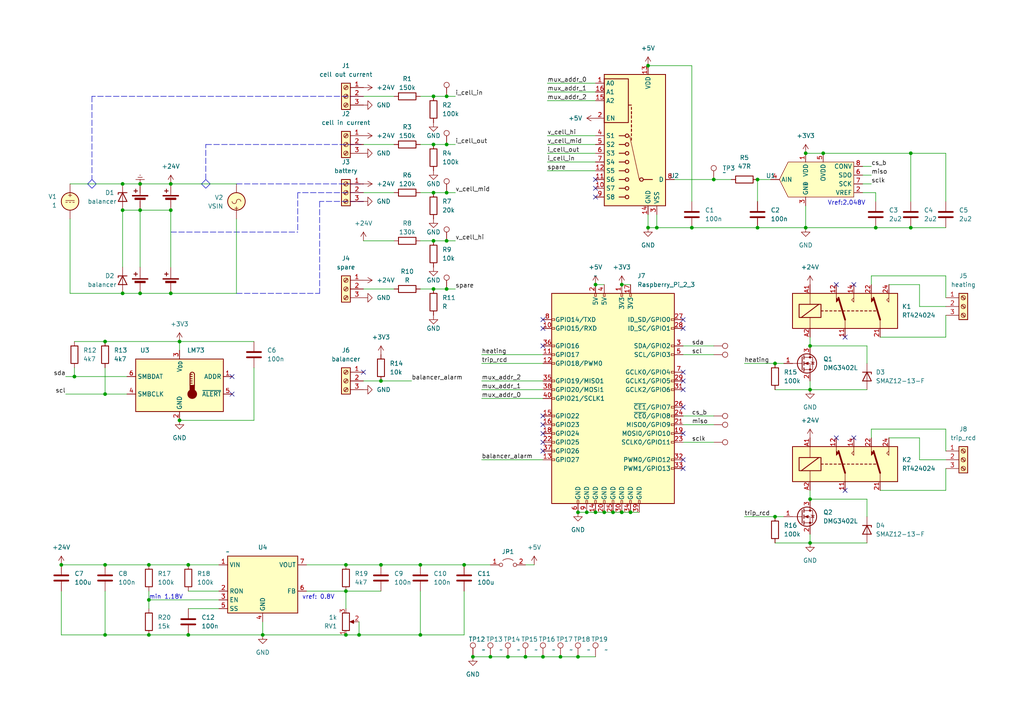
<source format=kicad_sch>
(kicad_sch (version 20230121) (generator eeschema)
  (paper "A4")
  (title_block (title "pv_monitor") (date "2023-07-15") (rev "1"))
  (junction (at 40.64 60.96))
  (junction (at 125.73 83.82))
  (junction (at 147.32 190.5))
  (junction (at 21.59 109.22))
  (junction (at 43.18 184.15))
  (junction (at 219.71 66.04))
  (junction (at 207.01 52.07))
  (junction (at 54.61 163.83))
  (junction (at 40.64 53.34))
  (junction (at 35.56 53.34))
  (junction (at 52.07 121.92))
  (junction (at 219.71 52.07))
  (junction (at 129.54 27.94))
  (junction (at 167.64 148.59))
  (junction (at 40.64 85.09))
  (junction (at 264.16 66.04))
  (junction (at 54.61 184.15))
  (junction (at 172.72 82.55))
  (junction (at 233.68 66.04))
  (junction (at 170.18 148.59))
  (junction (at 125.73 55.88))
  (junction (at 35.56 85.09))
  (junction (at 30.48 114.3))
  (junction (at 224.79 149.86))
  (junction (at 182.88 148.59))
  (junction (at 142.24 190.5))
  (junction (at 187.96 66.04))
  (junction (at 30.48 163.83))
  (junction (at 30.48 184.15))
  (junction (at 264.16 44.45))
  (junction (at 49.53 53.34))
  (junction (at 100.33 184.15))
  (junction (at 234.95 144.78))
  (junction (at 238.76 44.45))
  (junction (at 125.73 27.94))
  (junction (at 187.96 19.05))
  (junction (at 52.07 99.06))
  (junction (at 129.54 41.91))
  (junction (at 190.5 66.04))
  (junction (at 233.68 44.45))
  (junction (at 177.8 148.59))
  (junction (at 162.56 190.5))
  (junction (at 17.78 163.83))
  (junction (at 121.92 184.15))
  (junction (at 224.79 105.41))
  (junction (at 30.48 99.06))
  (junction (at 234.95 113.03))
  (junction (at 129.54 69.85))
  (junction (at 172.72 148.59))
  (junction (at 180.34 148.59))
  (junction (at 180.34 82.55))
  (junction (at 100.33 163.83))
  (junction (at 110.49 163.83))
  (junction (at 125.73 41.91))
  (junction (at 125.73 69.85))
  (junction (at 110.49 110.49))
  (junction (at 35.56 60.96))
  (junction (at 234.95 157.48))
  (junction (at 49.53 60.96))
  (junction (at 129.54 55.88))
  (junction (at 104.14 184.15))
  (junction (at 76.2 184.15))
  (junction (at 121.92 163.83))
  (junction (at 43.18 163.83))
  (junction (at 234.95 100.33))
  (junction (at 152.4 190.5))
  (junction (at 129.54 83.82))
  (junction (at 134.62 163.83))
  (junction (at 157.48 190.5))
  (junction (at 137.16 190.5))
  (junction (at 167.64 190.5))
  (junction (at 254 66.04))
  (junction (at 175.26 148.59))
  (junction (at 49.53 85.09))
  (junction (at 43.18 173.99))
  (junction (at 100.33 171.45))
  (junction (at 200.66 66.04))
  (no_connect (at 245.11 142.24))
  (no_connect (at 157.48 92.71))
  (no_connect (at 198.12 135.89))
  (no_connect (at 198.12 113.03))
  (no_connect (at 198.12 125.73))
  (no_connect (at 198.12 95.25))
  (no_connect (at 157.48 128.27))
  (no_connect (at 67.31 114.3))
  (no_connect (at 157.48 100.33))
  (no_connect (at 247.65 127))
  (no_connect (at 157.48 130.81))
  (no_connect (at 198.12 107.95))
  (no_connect (at 67.31 109.22))
  (no_connect (at 157.48 120.65))
  (no_connect (at 198.12 133.35))
  (no_connect (at 198.12 110.49))
  (no_connect (at 157.48 123.19))
  (no_connect (at 157.48 95.25))
  (no_connect (at 172.72 57.15))
  (no_connect (at 198.12 92.71))
  (no_connect (at 198.12 118.11))
  (no_connect (at 157.48 125.73))
  (no_connect (at 242.57 82.55))
  (no_connect (at 247.65 82.55))
  (no_connect (at 172.72 54.61))
  (no_connect (at 172.72 52.07))
  (no_connect (at 242.57 127))
  (no_connect (at 105.41 107.95))
  (no_connect (at 245.11 97.79))
  (wire (pts (xy 234.95 142.24) (xy 234.95 144.78)))
  (wire (pts (xy 198.12 128.27) (xy 207.01 128.27)))
  (wire (pts (xy 21.59 106.68) (xy 21.59 109.22)))
  (wire (pts (xy 182.88 148.59) (xy 185.42 148.59)))
  (wire (pts (xy 234.95 110.49) (xy 234.95 113.03)))
  (wire (pts (xy 100.33 171.45) (xy 100.33 176.53)))
  (wire (pts (xy 233.68 66.04) (xy 254 66.04)))
  (polyline (pts (xy 68.58 85.09) (xy 92.71 85.09)) (stroke (width 0) (type dash)))
  (wire (pts (xy 121.92 69.85) (xy 125.73 69.85)))
  (wire (pts (xy 43.18 163.83) (xy 54.61 163.83)))
  (wire (pts (xy 264.16 44.45) (xy 274.32 44.45)))
  (wire (pts (xy 73.66 121.92) (xy 52.07 121.92)))
  (wire (pts (xy 252.73 124.46) (xy 252.73 127)))
  (wire (pts (xy 20.32 63.5) (xy 20.32 85.09)))
  (wire (pts (xy 68.58 53.34) (xy 49.53 53.34)))
  (wire (pts (xy 100.33 171.45) (xy 88.9 171.45)))
  (wire (pts (xy 104.14 184.15) (xy 121.92 184.15)))
  (wire (pts (xy 187.96 66.04) (xy 190.5 66.04)))
  (wire (pts (xy 17.78 184.15) (xy 30.48 184.15)))
  (wire (pts (xy 104.14 180.34) (xy 104.14 184.15)))
  (wire (pts (xy 200.66 19.05) (xy 200.66 58.42)))
  (polyline (pts (xy 26.67 54.61) (xy 27.94 53.34)) (stroke (width 0) (type dash)))
  (wire (pts (xy 157.48 190.5) (xy 162.56 190.5)))
  (wire (pts (xy 266.7 88.9) (xy 266.7 82.55)))
  (wire (pts (xy 121.92 41.91) (xy 125.73 41.91)))
  (wire (pts (xy 54.61 171.45) (xy 63.5 171.45)))
  (wire (pts (xy 30.48 106.68) (xy 30.48 114.3)))
  (wire (pts (xy 177.8 148.59) (xy 180.34 148.59)))
  (wire (pts (xy 274.32 44.45) (xy 274.32 58.42)))
  (wire (pts (xy 167.64 148.59) (xy 170.18 148.59)))
  (wire (pts (xy 172.72 82.55) (xy 175.26 82.55)))
  (wire (pts (xy 274.32 130.81) (xy 274.32 124.46)))
  (wire (pts (xy 266.7 127) (xy 257.81 127)))
  (wire (pts (xy 121.92 55.88) (xy 125.73 55.88)))
  (wire (pts (xy 158.75 49.53) (xy 172.72 49.53)))
  (wire (pts (xy 158.75 29.21) (xy 172.72 29.21)))
  (wire (pts (xy 234.95 144.78) (xy 251.46 144.78)))
  (polyline (pts (xy 58.42 53.34) (xy 59.69 52.07)) (stroke (width 0) (type dash)))
  (wire (pts (xy 134.62 171.45) (xy 134.62 184.15)))
  (wire (pts (xy 219.71 66.04) (xy 233.68 66.04)))
  (wire (pts (xy 190.5 66.04) (xy 200.66 66.04)))
  (wire (pts (xy 30.48 99.06) (xy 52.07 99.06)))
  (polyline (pts (xy 26.67 52.07) (xy 27.94 53.34)) (stroke (width 0) (type dash)))
  (wire (pts (xy 158.75 39.37) (xy 172.72 39.37)))
  (wire (pts (xy 254 66.04) (xy 264.16 66.04)))
  (wire (pts (xy 172.72 148.59) (xy 175.26 148.59)))
  (wire (pts (xy 17.78 171.45) (xy 17.78 184.15)))
  (wire (pts (xy 105.41 69.85) (xy 114.3 69.85)))
  (wire (pts (xy 266.7 82.55) (xy 257.81 82.55)))
  (wire (pts (xy 134.62 163.83) (xy 142.24 163.83)))
  (wire (pts (xy 233.68 59.69) (xy 233.68 66.04)))
  (polyline (pts (xy 92.71 58.42) (xy 92.71 85.09)) (stroke (width 0) (type dash)))
  (wire (pts (xy 158.75 24.13) (xy 172.72 24.13)))
  (wire (pts (xy 233.68 44.45) (xy 238.76 44.45)))
  (wire (pts (xy 274.32 86.36) (xy 274.32 80.01)))
  (wire (pts (xy 105.41 27.94) (xy 114.3 27.94)))
  (polyline (pts (xy 25.4 53.34) (xy 26.67 52.07)) (stroke (width 0) (type dash)))
  (wire (pts (xy 200.66 66.04) (xy 219.71 66.04)))
  (polyline (pts (xy 105.41 27.94) (xy 26.67 27.94)) (stroke (width 0) (type dash)))
  (polyline (pts (xy 49.53 67.31) (xy 86.36 67.31)) (stroke (width 0) (type dash)))
  (wire (pts (xy 137.16 190.5) (xy 142.24 190.5)))
  (wire (pts (xy 40.64 53.34) (xy 35.56 53.34)))
  (wire (pts (xy 219.71 52.07) (xy 223.52 52.07)))
  (wire (pts (xy 215.9 149.86) (xy 224.79 149.86)))
  (wire (pts (xy 43.18 184.15) (xy 54.61 184.15)))
  (wire (pts (xy 129.54 83.82) (xy 132.08 83.82)))
  (wire (pts (xy 180.34 82.55) (xy 182.88 82.55)))
  (wire (pts (xy 88.9 163.83) (xy 100.33 163.83)))
  (wire (pts (xy 35.56 85.09) (xy 40.64 85.09)))
  (wire (pts (xy 125.73 27.94) (xy 129.54 27.94)))
  (wire (pts (xy 100.33 171.45) (xy 110.49 171.45)))
  (wire (pts (xy 19.05 114.3) (xy 30.48 114.3)))
  (wire (pts (xy 139.7 102.87) (xy 157.48 102.87)))
  (wire (pts (xy 158.75 41.91) (xy 172.72 41.91)))
  (wire (pts (xy 73.66 106.68) (xy 73.66 121.92)))
  (wire (pts (xy 40.64 85.09) (xy 49.53 85.09)))
  (wire (pts (xy 264.16 44.45) (xy 264.16 58.42)))
  (wire (pts (xy 105.41 110.49) (xy 110.49 110.49)))
  (wire (pts (xy 234.95 97.79) (xy 234.95 100.33)))
  (wire (pts (xy 125.73 83.82) (xy 129.54 83.82)))
  (wire (pts (xy 43.18 173.99) (xy 63.5 173.99)))
  (wire (pts (xy 158.75 46.99) (xy 172.72 46.99)))
  (wire (pts (xy 105.41 41.91) (xy 114.3 41.91)))
  (wire (pts (xy 250.19 53.34) (xy 252.73 53.34)))
  (wire (pts (xy 49.53 60.96) (xy 40.64 60.96)))
  (wire (pts (xy 152.4 163.83) (xy 154.94 163.83)))
  (wire (pts (xy 52.07 99.06) (xy 52.07 101.6)))
  (wire (pts (xy 21.59 109.22) (xy 36.83 109.22)))
  (wire (pts (xy 187.96 62.23) (xy 187.96 66.04)))
  (wire (pts (xy 187.96 19.05) (xy 200.66 19.05)))
  (wire (pts (xy 274.32 133.35) (xy 266.7 133.35)))
  (wire (pts (xy 20.32 53.34) (xy 35.56 53.34)))
  (wire (pts (xy 250.19 48.26) (xy 252.73 48.26)))
  (wire (pts (xy 195.58 52.07) (xy 207.01 52.07)))
  (wire (pts (xy 274.32 142.24) (xy 274.32 135.89)))
  (wire (pts (xy 139.7 110.49) (xy 157.48 110.49)))
  (wire (pts (xy 110.49 110.49) (xy 119.38 110.49)))
  (wire (pts (xy 17.78 163.83) (xy 30.48 163.83)))
  (wire (pts (xy 125.73 55.88) (xy 129.54 55.88)))
  (wire (pts (xy 251.46 100.33) (xy 251.46 105.41)))
  (wire (pts (xy 251.46 144.78) (xy 251.46 149.86)))
  (wire (pts (xy 152.4 190.5) (xy 157.48 190.5)))
  (wire (pts (xy 139.7 133.35) (xy 157.48 133.35)))
  (wire (pts (xy 54.61 184.15) (xy 76.2 184.15)))
  (polyline (pts (xy 105.41 55.88) (xy 86.36 55.88)) (stroke (width 0) (type dash)))
  (wire (pts (xy 30.48 184.15) (xy 43.18 184.15)))
  (wire (pts (xy 20.32 85.09) (xy 35.56 85.09)))
  (wire (pts (xy 198.12 100.33) (xy 207.01 100.33)))
  (wire (pts (xy 139.7 105.41) (xy 157.48 105.41)))
  (wire (pts (xy 49.53 53.34) (xy 40.64 53.34)))
  (wire (pts (xy 121.92 184.15) (xy 134.62 184.15)))
  (wire (pts (xy 40.64 60.96) (xy 35.56 60.96)))
  (wire (pts (xy 274.32 88.9) (xy 266.7 88.9)))
  (wire (pts (xy 234.95 100.33) (xy 251.46 100.33)))
  (wire (pts (xy 198.12 120.65) (xy 207.01 120.65)))
  (wire (pts (xy 125.73 41.91) (xy 129.54 41.91)))
  (wire (pts (xy 54.61 176.53) (xy 63.5 176.53)))
  (wire (pts (xy 43.18 173.99) (xy 43.18 176.53)))
  (wire (pts (xy 147.32 190.5) (xy 152.4 190.5)))
  (wire (pts (xy 274.32 124.46) (xy 252.73 124.46)))
  (wire (pts (xy 274.32 97.79) (xy 274.32 91.44)))
  (wire (pts (xy 158.75 44.45) (xy 172.72 44.45)))
  (wire (pts (xy 105.41 83.82) (xy 114.3 83.82)))
  (wire (pts (xy 105.41 55.88) (xy 114.3 55.88)))
  (polyline (pts (xy 59.69 41.91) (xy 105.41 41.91)) (stroke (width 0) (type dash)))
  (wire (pts (xy 76.2 184.15) (xy 100.33 184.15)))
  (wire (pts (xy 54.61 163.83) (xy 63.5 163.83)))
  (wire (pts (xy 234.95 157.48) (xy 251.46 157.48)))
  (wire (pts (xy 250.19 55.88) (xy 254 55.88)))
  (wire (pts (xy 215.9 105.41) (xy 224.79 105.41)))
  (wire (pts (xy 255.27 142.24) (xy 274.32 142.24)))
  (wire (pts (xy 190.5 62.23) (xy 190.5 66.04)))
  (wire (pts (xy 35.56 60.96) (xy 35.56 77.47)))
  (wire (pts (xy 68.58 63.5) (xy 68.58 85.09)))
  (wire (pts (xy 30.48 171.45) (xy 30.48 184.15)))
  (wire (pts (xy 264.16 66.04) (xy 274.32 66.04)))
  (polyline (pts (xy 60.96 53.34) (xy 59.69 52.07)) (stroke (width 0) (type dash)))
  (wire (pts (xy 224.79 113.03) (xy 234.95 113.03)))
  (wire (pts (xy 167.64 190.5) (xy 172.72 190.5)))
  (wire (pts (xy 100.33 163.83) (xy 110.49 163.83)))
  (wire (pts (xy 21.59 99.06) (xy 30.48 99.06)))
  (polyline (pts (xy 26.67 27.94) (xy 26.67 52.07)) (stroke (width 0) (type dash)))
  (wire (pts (xy 274.32 80.01) (xy 252.73 80.01)))
  (wire (pts (xy 234.95 154.94) (xy 234.95 157.48)))
  (wire (pts (xy 129.54 55.88) (xy 132.08 55.88)))
  (wire (pts (xy 224.79 105.41) (xy 227.33 105.41)))
  (wire (pts (xy 139.7 115.57) (xy 157.48 115.57)))
  (wire (pts (xy 224.79 149.86) (xy 227.33 149.86)))
  (wire (pts (xy 121.92 83.82) (xy 125.73 83.82)))
  (wire (pts (xy 129.54 41.91) (xy 132.08 41.91)))
  (polyline (pts (xy 86.36 55.88) (xy 86.36 67.31)) (stroke (width 0) (type dash)))
  (wire (pts (xy 121.92 163.83) (xy 134.62 163.83)))
  (polyline (pts (xy 59.69 54.61) (xy 60.96 53.34)) (stroke (width 0) (type dash)))
  (wire (pts (xy 40.64 60.96) (xy 40.64 77.47)))
  (wire (pts (xy 52.07 99.06) (xy 73.66 99.06)))
  (polyline (pts (xy 59.69 52.07) (xy 59.69 41.91)) (stroke (width 0) (type dash)))
  (wire (pts (xy 129.54 69.85) (xy 132.08 69.85)))
  (wire (pts (xy 49.53 60.96) (xy 49.53 77.47)))
  (wire (pts (xy 158.75 26.67) (xy 172.72 26.67)))
  (wire (pts (xy 142.24 190.5) (xy 147.32 190.5)))
  (wire (pts (xy 219.71 58.42) (xy 219.71 52.07)))
  (wire (pts (xy 255.27 97.79) (xy 274.32 97.79)))
  (wire (pts (xy 76.2 180.34) (xy 76.2 184.15)))
  (wire (pts (xy 170.18 148.59) (xy 172.72 148.59)))
  (wire (pts (xy 180.34 148.59) (xy 182.88 148.59)))
  (wire (pts (xy 125.73 69.85) (xy 129.54 69.85)))
  (wire (pts (xy 43.18 171.45) (xy 43.18 173.99)))
  (wire (pts (xy 198.12 102.87) (xy 207.01 102.87)))
  (polyline (pts (xy 25.4 53.34) (xy 26.67 54.61)) (stroke (width 0) (type dash)))
  (wire (pts (xy 49.53 85.09) (xy 68.58 85.09)))
  (wire (pts (xy 30.48 114.3) (xy 36.83 114.3)))
  (wire (pts (xy 266.7 133.35) (xy 266.7 127)))
  (wire (pts (xy 207.01 52.07) (xy 212.09 52.07)))
  (wire (pts (xy 254 55.88) (xy 254 58.42)))
  (wire (pts (xy 238.76 44.45) (xy 264.16 44.45)))
  (wire (pts (xy 121.92 171.45) (xy 121.92 184.15)))
  (wire (pts (xy 121.92 27.94) (xy 125.73 27.94)))
  (polyline (pts (xy 68.58 53.34) (xy 105.41 53.34)) (stroke (width 0) (type dash)))
  (polyline (pts (xy 58.42 53.34) (xy 59.69 54.61)) (stroke (width 0) (type dash)))
  (wire (pts (xy 162.56 190.5) (xy 167.64 190.5)))
  (wire (pts (xy 129.54 27.94) (xy 132.08 27.94)))
  (wire (pts (xy 100.33 184.15) (xy 104.14 184.15)))
  (wire (pts (xy 198.12 123.19) (xy 207.01 123.19)))
  (wire (pts (xy 110.49 163.83) (xy 121.92 163.83)))
  (wire (pts (xy 30.48 163.83) (xy 43.18 163.83)))
  (wire (pts (xy 234.95 113.03) (xy 251.46 113.03)))
  (polyline (pts (xy 105.41 58.42) (xy 92.71 58.42)) (stroke (width 0) (type dash)))
  (wire (pts (xy 224.79 157.48) (xy 234.95 157.48)))
  (wire (pts (xy 252.73 80.01) (xy 252.73 82.55)))
  (wire (pts (xy 250.19 50.8) (xy 252.73 50.8)))
  (wire (pts (xy 175.26 148.59) (xy 177.8 148.59)))
  (wire (pts (xy 19.05 109.22) (xy 21.59 109.22)))
  (wire (pts (xy 139.7 113.03) (xy 157.48 113.03)))
  (text "Vref:2.048V" (at 240.03 59.69 0) (effects (font (size 1.27 1.27)) (justify left bottom)))
  (text "min 1.18V" (at 43.18 173.99 0) (effects (font (size 1.27 1.27)) (justify left bottom)))
  (text "vref: 0.8V" (at 87.63 173.99 0) (effects (font (size 1.27 1.27)) (justify left bottom)))
  (label "trip_rcd" (at 139.7 105.41 0))
  (label "balancer_alarm" (at 139.7 133.35 0))
  (label "i_cell_in" (at 132.08 27.94 0))
  (label "sda" (at 200.66 100.33 0))
  (label "scl" (at 200.66 102.87 0))
  (label "i_cell_in" (at 158.75 46.99 0))
  (label "mux_addr_2" (at 158.75 29.21 0))
  (label "sda" (at 19.05 109.22 180))
  (label "mux_addr_1" (at 139.7 113.03 0))
  (label "trip_rcd" (at 215.9 149.86 0))
  (label "mux_addr_0" (at 158.75 24.13 0))
  (label "v_cell_mid" (at 132.08 55.88 0))
  (label "i_cell_out" (at 132.08 41.91 0))
  (label "spare" (at 158.75 49.53 0))
  (label "v_cell_hi" (at 158.75 39.37 0))
  (label "heating" (at 215.9 105.41 0))
  (label "heating" (at 139.7 102.87 0))
  (label "v_cell_mid" (at 158.75 41.91 0))
  (label "i_cell_out" (at 158.75 44.45 0))
  (label "cs_b" (at 200.66 120.65 0))
  (label "balancer_alarm" (at 119.38 110.49 0))
  (label "miso" (at 252.73 50.8 0))
  (label "spare" (at 132.08 83.82 0))
  (label "mux_addr_2" (at 139.7 110.49 0))
  (label "sclk" (at 200.66 128.27 0))
  (label "mux_addr_0" (at 139.7 115.57 0))
  (label "v_cell_hi" (at 132.08 69.85 0))
  (label "cs_b" (at 252.73 48.26 0))
  (label "mux_addr_1" (at 158.75 26.67 0))
  (label "sclk" (at 252.73 53.34 0))
  (label "miso" (at 200.66 123.19 0))
  (label "scl" (at 19.05 114.3 180))
  (symbol (lib_id "Device:C") (at 54.61 180.34 0) (unit 1)
    (property "Reference" "C12" (at 58.42 179.07 0) (effects (justify left)))
    (property "Value" "100n" (at 58.42 181.61 0) (effects (justify left)))
    (property "Footprint" "Capacitor_SMD:C_0805_2012Metric_Pad1.18x1.45mm_HandSolder" (effects hide))
  )
  (symbol (lib_id "Connector:TestPoint") (at 129.54 69.85 0) (unit 1)
    (property "Reference" "TP5" (effects hide))
    (property "Value" "TestPoint" (effects hide))
    (property "Footprint" "TestPoint:TestPoint_THTPad_D2.0mm_Drill1.0mm" (effects hide))
  )
  (symbol (lib_id "Connector:Screw_Terminal_01x03") (at 100.33 110.49 0) (mirror y) (unit 1)
    (property "Reference" "J6" (at 100.33 101.6 0))
    (property "Value" "balancer" (at 100.33 104.14 0))
    (property "Footprint" "TerminalBlock_WAGO:TerminalBlock_WAGO_236-103_1x03_P5.00mm_45Degree" (effects hide))
  )
  (symbol (lib_id "pv_monitor:LMZ14202") (at 76.2 168.91 0) (unit 1)
    (property "Reference" "U4" (at 76.2 158.75 0))
    (property "Value" "~" (at 66.04 160.02 0))
    (property "Footprint" "Package_TO_SOT_SMD:Texas_NDW-7_TabPin4" (effects hide))
    (property "Datasheet" "https://www.ti.com/lit/gpn/LMZ14202EXT" (effects hide))
  )
  (symbol (lib_id "Device:R") (at 118.11 41.91 90) (unit 1)
    (property "Reference" "R3" (at 118.11 36.83 90))
    (property "Value" "150k" (at 118.11 39.37 90))
    (property "Footprint" "Resistor_SMD:R_0805_2012Metric_Pad1.20x1.40mm_HandSolder" (effects hide))
  )
  (symbol (lib_id "Connector:Screw_Terminal_01x03") (at 100.33 55.88 0) (mirror y) (unit 1)
    (property "Reference" "J3" (at 100.33 46.99 0))
    (property "Value" "battery" (at 100.33 49.53 0))
    (property "Footprint" "TerminalBlock_WAGO:TerminalBlock_WAGO_236-103_1x03_P5.00mm_45Degree" (effects hide))
  )
  (symbol (lib_id "power:+24V") (at 17.78 163.83 0) (mirror y) (unit 1)
    (property "Reference" "#PWR033" (effects hide))
    (property "Value" "+24V" (at 17.78 158.75 0))
  )
  (symbol (lib_id "power:GND") (at 187.96 66.04 0) (unit 1)
    (property "Reference" "#PWR015" (effects hide))
    (property "Value" "GND" (at 187.96 71.12 0))
  )
  (symbol (lib_id "power:+3V3") (at 52.07 99.06 0) (unit 1)
    (property "Reference" "#PWR025" (effects hide))
    (property "Value" "+3V3" (at 52.07 93.98 0))
  )
  (symbol (lib_id "Device:C") (at 134.62 167.64 0) (unit 1)
    (property "Reference" "C11" (at 138.43 166.37 0) (effects (justify left)))
    (property "Value" "100u" (at 138.43 168.91 0) (effects (justify left)))
    (property "Footprint" "Capacitor_SMD:C_Elec_8x10.2" (effects hide))
    (property "ManufacturerPartNumber" "EEH-ZK1V101XV" (effects hide))
  )
  (symbol (lib_id "pv_monitor:LTC2312") (at 237.49 52.07 0) (unit 1)
    (property "Reference" "U1" (at 223.52 50.9621 0))
    (property "Value" "~" (at 233.68 53.34 0))
    (property "Footprint" "Package_TO_SOT_SMD:SOT-23-8_Handsoldering" (effects hide))
  )
  (symbol (lib_id "Device:R") (at 110.49 106.68 0) (unit 1)
    (property "Reference" "R14" (at 113.03 105.41 0) (effects (justify left)))
    (property "Value" "10k" (at 113.03 107.95 0) (effects (justify left)))
    (property "Footprint" "Resistor_SMD:R_0805_2012Metric_Pad1.20x1.40mm_HandSolder" (effects hide))
  )
  (symbol (lib_id "power:+24V") (at 105.41 25.4 270) (mirror x) (unit 1)
    (property "Reference" "#PWR02" (effects hide))
    (property "Value" "+24V" (at 109.22 25.4 90) (effects (justify left)))
  )
  (symbol (lib_id "power:GND") (at 105.41 113.03 90) (unit 1)
    (property "Reference" "#PWR027" (effects hide))
    (property "Value" "GND" (at 109.22 113.03 90) (effects (justify right)))
  )
  (symbol (lib_id "Device:Battery_Cell") (at 40.64 58.42 0) (mirror y) (unit 1) (in_bom no) (on_board no)
    (property "Reference" "BT1" (effects hide))
    (property "Value" "Battery_Cell" (effects hide))
  )
  (symbol (lib_id "Device:R") (at 43.18 167.64 0) (unit 1)
    (property "Reference" "R17" (at 45.72 166.37 0) (effects (justify left)))
    (property "Value" "100k" (at 45.72 168.91 0) (effects (justify left)))
    (property "Footprint" "Resistor_SMD:R_0805_2012Metric_Pad1.20x1.40mm_HandSolder" (effects hide))
  )
  (symbol (lib_id "Connector:TestPoint") (at 167.64 190.5 0) (unit 1)
    (property "Reference" "TP18" (at 166.37 185.42 0) (effects (justify left)))
    (property "Value" "~" (at 170.18 188.468 0) (effects (justify left)))
    (property "Footprint" "TestPoint:TestPoint_THTPad_D2.0mm_Drill1.0mm" (effects hide))
  )
  (symbol (lib_id "Sensor_Temperature:LM73") (at 52.07 111.76 0) (unit 1)
    (property "Reference" "U3" (at 40.64 101.6 0) (effects (justify left)))
    (property "Value" "LM73" (at 54.2641 101.6 0) (effects (justify left)))
    (property "Footprint" "Package_TO_SOT_SMD:SOT-23-6" (effects hide))
    (property "Datasheet" "http://www.ti.com/lit/ds/symlink/lm73.pdf" (effects hide))
  )
  (symbol (lib_id "power:GND") (at 76.2 184.15 0) (unit 1)
    (property "Reference" "#PWR035" (effects hide))
    (property "Value" "GND" (at 76.2 189.23 0))
  )
  (symbol (lib_id "power:GND") (at 167.64 148.59 0) (unit 1)
    (property "Reference" "#PWR031" (effects hide))
    (property "Value" "GND" (at 167.64 153.67 0))
  )
  (symbol (lib_id "Connector:Screw_Terminal_01x03") (at 279.4 133.35 0) (unit 1)
    (property "Reference" "J8" (at 279.4 124.46 0))
    (property "Value" "trip_rcd" (at 279.4 127 0))
    (property "Footprint" "TerminalBlock_WAGO:TerminalBlock_WAGO_236-103_1x03_P5.00mm_45Degree" (effects hide))
  )
  (symbol (lib_id "Connector:Screw_Terminal_01x03") (at 100.33 27.94 0) (mirror y) (unit 1)
    (property "Reference" "J1" (at 100.33 19.05 0))
    (property "Value" "cell out current" (at 100.33 21.59 0))
    (property "Footprint" "TerminalBlock_WAGO:TerminalBlock_WAGO_236-103_1x03_P5.00mm_45Degree" (effects hide))
  )
  (symbol (lib_id "Device:R") (at 100.33 167.64 0) (unit 1)
    (property "Reference" "R19" (at 102.87 166.37 0) (effects (justify left)))
    (property "Value" "4k7" (at 102.87 168.91 0) (effects (justify left)))
    (property "Footprint" "Resistor_SMD:R_0805_2012Metric_Pad1.20x1.40mm_HandSolder" (effects hide))
  )
  (symbol (lib_id "Connector:TestPoint") (at 129.54 27.94 0) (unit 1)
    (property "Reference" "TP1" (effects hide))
    (property "Value" "TestPoint" (effects hide))
    (property "Footprint" "TestPoint:TestPoint_THTPad_D2.0mm_Drill1.0mm" (effects hide))
  )
  (symbol (lib_id "pv_monitor:ADG708") (at 172.72 80.01 0) (unit 1)
    (property "Reference" "U2" (at 195.58 50.9621 0))
    (property "Value" "~" (at 172.72 80.01 0))
    (property "Footprint" "Package_SO:TSSOP-16_4.4x5mm_P0.65mm" (effects hide))
  )
  (symbol (lib_id "Device:R") (at 30.48 102.87 0) (unit 1)
    (property "Reference" "R13" (at 33.02 101.6 0) (effects (justify left)))
    (property "Value" "4k7" (at 33.02 104.14 0) (effects (justify left)))
    (property "Footprint" "Resistor_SMD:R_0805_2012Metric_Pad1.20x1.40mm_HandSolder" (effects hide))
  )
  (symbol (lib_id "power:GND") (at 233.68 66.04 0) (unit 1)
    (property "Reference" "#PWR016" (effects hide))
    (property "Value" "GND" (at 233.68 71.12 0))
  )
  (symbol (lib_id "power:+24V") (at 105.41 53.34 270) (mirror x) (unit 1)
    (property "Reference" "#PWR012" (effects hide))
    (property "Value" "+24V" (at 109.22 53.34 90) (effects (justify left)))
  )
  (symbol (lib_id "Device:R") (at 125.73 59.69 0) (unit 1)
    (property "Reference" "R7" (at 128.27 58.42 0) (effects (justify left)))
    (property "Value" "20k" (at 128.27 60.96 0) (effects (justify left)))
    (property "Footprint" "Resistor_SMD:R_0805_2012Metric_Pad1.20x1.40mm_HandSolder" (effects hide))
  )
  (symbol (lib_id "power:GND") (at 105.41 58.42 90) (unit 1)
    (property "Reference" "#PWR013" (effects hide))
    (property "Value" "GND" (at 109.22 58.42 90) (effects (justify right)))
  )
  (symbol (lib_id "Connector:Screw_Terminal_01x03") (at 100.33 41.91 0) (mirror y) (unit 1)
    (property "Reference" "J2" (at 100.33 33.02 0))
    (property "Value" "cell in current" (at 100.33 35.56 0))
    (property "Footprint" "TerminalBlock_WAGO:TerminalBlock_WAGO_236-103_1x03_P5.00mm_45Degree" (effects hide))
  )
  (symbol (lib_id "Device:C") (at 30.48 167.64 0) (unit 1)
    (property "Reference" "C8" (at 34.29 166.37 0) (effects (justify left)))
    (property "Value" "100n" (at 34.29 168.91 0) (effects (justify left)))
    (property "Footprint" "Capacitor_SMD:C_0805_2012Metric_Pad1.18x1.45mm_HandSolder" (effects hide))
  )
  (symbol (lib_id "power:Earth") (at 40.64 53.34 0) (mirror x) (unit 1)
    (property "Reference" "#PWR010" (effects hide))
    (property "Value" "Earth" (effects hide))
  )
  (symbol (lib_id "power:GND") (at 105.41 44.45 90) (unit 1)
    (property "Reference" "#PWR07" (effects hide))
    (property "Value" "GND" (at 109.22 44.45 90) (effects (justify right)))
  )
  (symbol (lib_id "power:GND") (at 137.16 190.5 0) (unit 1)
    (property "Reference" "#PWR036" (effects hide))
    (property "Value" "GND" (at 137.16 195.58 0))
  )
  (symbol (lib_id "Device:R") (at 125.73 31.75 0) (unit 1)
    (property "Reference" "R2" (at 128.27 30.48 0) (effects (justify left)))
    (property "Value" "100k" (at 128.27 33.02 0) (effects (justify left)))
    (property "Footprint" "Resistor_SMD:R_0805_2012Metric_Pad1.20x1.40mm_HandSolder" (effects hide))
  )
  (symbol (lib_id "Device:R") (at 54.61 167.64 0) (unit 1)
    (property "Reference" "R18" (at 57.15 166.37 0) (effects (justify left)))
    (property "Value" "100k" (at 57.15 168.91 0) (effects (justify left)))
    (property "Footprint" "Resistor_SMD:R_0805_2012Metric_Pad1.20x1.40mm_HandSolder" (effects hide))
  )
  (symbol (lib_id "Device:C") (at 121.92 167.64 0) (unit 1)
    (property "Reference" "C10" (at 125.73 166.37 0) (effects (justify left)))
    (property "Value" "100n" (at 125.73 168.91 0) (effects (justify left)))
    (property "Footprint" "Capacitor_SMD:C_0805_2012Metric_Pad1.18x1.45mm_HandSolder" (effects hide))
  )
  (symbol (lib_id "Device:D_Zener") (at 251.46 109.22 270) (unit 1)
    (property "Reference" "D3" (at 254 107.95 90) (effects (justify left)))
    (property "Value" "SMAZ12-13-F" (at 254 110.49 90) (effects (justify left)))
    (property "Footprint" "Diode_SMD:D_SMA_Handsoldering" (effects hide))
  )
  (symbol (lib_id "Connector:TestPoint") (at 207.01 52.07 0) (unit 1)
    (property "Reference" "TP3" (at 209.55 48.768 0) (effects (justify left)))
    (property "Value" "~" (at 209.55 50.038 0) (effects (justify left)))
    (property "Footprint" "TestPoint:TestPoint_THTPad_D2.0mm_Drill1.0mm" (effects hide))
  )
  (symbol (lib_id "Device:C") (at 254 62.23 0) (unit 1)
    (property "Reference" "C3" (at 257.81 60.96 0) (effects (justify left)))
    (property "Value" "2u2" (at 257.81 63.5 0) (effects (justify left)))
    (property "Footprint" "Capacitor_SMD:C_1206_3216Metric_Pad1.33x1.80mm_HandSolder" (effects hide))
  )
  (symbol (lib_id "Device:D_Zener") (at 35.56 81.28 90) (mirror x) (unit 1) (in_bom no) (on_board no)
    (property "Reference" "D2" (at 30.48 80.01 90) (effects (justify right)))
    (property "Value" "balancer" (at 25.4 82.55 90) (effects (justify right)))
  )
  (symbol (lib_id "Connector:TestPoint") (at 147.32 190.5 0) (unit 1)
    (property "Reference" "TP14" (at 146.05 185.42 0) (effects (justify left)))
    (property "Value" "~" (at 149.86 188.468 0) (effects (justify left)))
    (property "Footprint" "TestPoint:TestPoint_THTPad_D2.0mm_Drill1.0mm" (effects hide))
  )
  (symbol (lib_id "Device:C") (at 73.66 102.87 0) (unit 1)
    (property "Reference" "C6" (at 77.47 101.6 0) (effects (justify left)))
    (property "Value" "100n" (at 77.47 104.14 0) (effects (justify left)))
    (property "Footprint" "Capacitor_SMD:C_0805_2012Metric_Pad1.18x1.45mm_HandSolder" (effects hide))
  )
  (symbol (lib_id "Jumper:Jumper_2_Open") (at 147.32 163.83 0) (unit 1)
    (property "Reference" "JP1" (at 147.32 160.02 0))
    (property "Value" "~" (at 147.32 160.02 0))
    (property "Footprint" "Connector_PinSocket_2.54mm:PinSocket_1x02_P2.54mm_Vertical" (effects hide))
  )
  (symbol (lib_id "Device:R") (at 118.11 69.85 90) (unit 1)
    (property "Reference" "R8" (at 118.11 64.77 90))
    (property "Value" "130k" (at 118.11 67.31 90))
    (property "Footprint" "Resistor_SMD:R_0805_2012Metric_Pad1.20x1.40mm_HandSolder" (effects hide))
  )
  (symbol (lib_id "power:+24V") (at 105.41 39.37 270) (mirror x) (unit 1)
    (property "Reference" "#PWR06" (effects hide))
    (property "Value" "+24V" (at 109.22 39.37 90) (effects (justify left)))
  )
  (symbol (lib_id "power:+24V") (at 105.41 69.85 0) (mirror y) (unit 1)
    (property "Reference" "#PWR017" (effects hide))
    (property "Value" "+24V" (at 105.41 64.77 0))
  )
  (symbol (lib_id "power:GND") (at 105.41 86.36 90) (unit 1)
    (property "Reference" "#PWR023" (effects hide))
    (property "Value" "GND" (at 109.22 86.36 90) (effects (justify right)))
  )
  (symbol (lib_id "Connector:TestPoint") (at 207.01 123.19 270) (unit 1)
    (property "Reference" "TP10" (effects hide))
    (property "Value" "TestPoint" (effects hide))
    (property "Footprint" "TestPoint:TestPoint_THTPad_D2.0mm_Drill1.0mm" (effects hide))
  )
  (symbol (lib_id "Connector:Screw_Terminal_01x03") (at 279.4 88.9 0) (unit 1)
    (property "Reference" "J5" (at 279.4 80.01 0))
    (property "Value" "heating" (at 279.4 82.55 0))
    (property "Footprint" "TerminalBlock_WAGO:TerminalBlock_WAGO_236-103_1x03_P5.00mm_45Degree" (effects hide))
  )
  (symbol (lib_id "Device:R") (at 224.79 153.67 0) (unit 1)
    (property "Reference" "R16" (at 227.33 152.4 0) (effects (justify left)))
    (property "Value" "100k" (at 227.33 154.94 0) (effects (justify left)))
    (property "Footprint" "Resistor_SMD:R_0805_2012Metric_Pad1.20x1.40mm_HandSolder" (effects hide))
  )
  (symbol (lib_id "Device:R") (at 118.11 83.82 90) (unit 1)
    (property "Reference" "R10" (at 118.11 78.74 90))
    (property "Value" "R" (at 118.11 81.28 90))
    (property "Footprint" "Resistor_SMD:R_0805_2012Metric_Pad1.20x1.40mm_HandSolder" (effects hide))
  )
  (symbol (lib_id "Device:R") (at 21.59 102.87 0) (unit 1)
    (property "Reference" "R12" (at 24.13 101.6 0) (effects (justify left)))
    (property "Value" "4k7" (at 24.13 104.14 0) (effects (justify left)))
    (property "Footprint" "Resistor_SMD:R_0805_2012Metric_Pad1.20x1.40mm_HandSolder" (effects hide))
  )
  (symbol (lib_id "Connector:TestPoint") (at 137.16 190.5 0) (unit 1)
    (property "Reference" "TP12" (at 135.89 185.42 0) (effects (justify left)))
    (property "Value" "~" (at 139.7 188.468 0) (effects (justify left)))
    (property "Footprint" "TestPoint:TestPoint_THTPad_D2.0mm_Drill1.0mm" (effects hide))
  )
  (symbol (lib_id "Device:R") (at 43.18 180.34 0) (unit 1)
    (property "Reference" "R20" (at 45.72 179.07 0) (effects (justify left)))
    (property "Value" "15k" (at 45.72 181.61 0) (effects (justify left)))
    (property "Footprint" "Resistor_SMD:R_0805_2012Metric_Pad1.20x1.40mm_HandSolder" (effects hide))
  )
  (symbol (lib_id "Simulation_SPICE:VSIN") (at 68.58 58.42 0) (mirror x) (unit 1) (in_bom no) (on_board no)
    (property "Reference" "V2" (at 64.77 57.2798 0) (effects (justify right)))
    (property "Value" "VSIN" (at 64.77 59.8198 0) (effects (justify right)))
    (property "Sim.Pins" "1=+ 2=-" (effects hide))
    (property "Sim.Type" "SIN" (effects hide))
    (property "Sim.Device" "V" (effects hide))
  )
  (symbol (lib_id "Device:C") (at 17.78 167.64 0) (unit 1)
    (property "Reference" "C7" (at 21.59 166.37 0) (effects (justify left)))
    (property "Value" "100u" (at 21.59 168.91 0) (effects (justify left)))
    (property "Footprint" "Capacitor_SMD:C_Elec_8x10.2" (effects hide))
    (property "ManufacturerPartNumber" "EEH-ZK1V101XV" (effects hide))
  )
  (symbol (lib_id "power:GND") (at 234.95 113.03 0) (unit 1)
    (property "Reference" "#PWR028" (effects hide))
    (property "Value" "GND" (at 234.95 118.11 0))
  )
  (symbol (lib_id "Device:D_Zener") (at 251.46 153.67 270) (unit 1)
    (property "Reference" "D4" (at 254 152.4 90) (effects (justify left)))
    (property "Value" "SMAZ12-13-F" (at 254 154.94 90) (effects (justify left)))
    (property "Footprint" "Diode_SMD:D_SMA_Handsoldering" (effects hide))
  )
  (symbol (lib_id "Device:C") (at 219.71 62.23 0) (unit 1)
    (property "Reference" "C2" (at 223.52 60.96 0) (effects (justify left)))
    (property "Value" "100n" (at 223.52 63.5 0) (effects (justify left)))
    (property "Footprint" "Capacitor_SMD:C_0805_2012Metric_Pad1.18x1.45mm_HandSolder" (effects hide))
  )
  (symbol (lib_id "Connector:TestPoint") (at 129.54 83.82 0) (unit 1)
    (property "Reference" "TP6" (effects hide))
    (property "Value" "TestPoint" (effects hide))
    (property "Footprint" "TestPoint:TestPoint_THTPad_D2.0mm_Drill1.0mm" (effects hide))
  )
  (symbol (lib_id "power:GND") (at 234.95 157.48 0) (unit 1)
    (property "Reference" "#PWR032" (effects hide))
    (property "Value" "GND" (at 234.95 162.56 0))
  )
  (symbol (lib_id "Device:Battery_Cell") (at 49.53 58.42 0) (mirror y) (unit 1) (in_bom no) (on_board no)
    (property "Reference" "BT2" (effects hide))
    (property "Value" "Battery_Cell" (effects hide))
  )
  (symbol (lib_id "Connector:TestPoint") (at 172.72 190.5 0) (unit 1)
    (property "Reference" "TP19" (at 171.45 185.42 0) (effects (justify left)))
    (property "Value" "~" (at 175.26 188.468 0) (effects (justify left)))
    (property "Footprint" "TestPoint:TestPoint_THTPad_D2.0mm_Drill1.0mm" (effects hide))
  )
  (symbol (lib_id "Connector:TestPoint") (at 129.54 55.88 0) (unit 1)
    (property "Reference" "TP4" (effects hide))
    (property "Value" "TestPoint" (effects hide))
    (property "Footprint" "TestPoint:TestPoint_THTPad_D2.0mm_Drill1.0mm" (effects hide))
  )
  (symbol (lib_id "Device:D_Zener") (at 35.56 57.15 90) (mirror x) (unit 1) (in_bom no) (on_board no)
    (property "Reference" "D1" (at 30.48 55.88 90) (effects (justify right)))
    (property "Value" "balancer" (at 25.4 58.42 90) (effects (justify right)))
  )
  (symbol (lib_id "Relay:RT42xxxx") (at 245.11 90.17 0) (unit 1)
    (property "Reference" "K1" (at 261.62 88.9 0) (effects (justify left)))
    (property "Value" "RT424024" (at 261.62 91.44 0) (effects (justify left)))
    (property "Footprint" "Relay_THT:Relay_DPDT_Schrack-RT2-FormC_RM5mm" (effects hide))
    (property "Datasheet" "http://www.te.com/commerce/DocumentDelivery/DDEController?Action=showdoc&DocId=Data+Sheet%7FRT2%7F1014%7Fpdf%7FEnglish%7FENG_DS_RT2_1014.pdf%7F6-1393243-3" (effects hide))
  )
  (symbol (lib_id "Device:R") (at 224.79 109.22 0) (unit 1)
    (property "Reference" "R15" (at 227.33 107.95 0) (effects (justify left)))
    (property "Value" "100k" (at 227.33 110.49 0) (effects (justify left)))
    (property "Footprint" "Resistor_SMD:R_0805_2012Metric_Pad1.20x1.40mm_HandSolder" (effects hide))
  )
  (symbol (lib_id "Connector:TestPoint") (at 207.01 120.65 270) (unit 1)
    (property "Reference" "TP9" (effects hide))
    (property "Value" "TestPoint" (effects hide))
    (property "Footprint" "TestPoint:TestPoint_THTPad_D2.0mm_Drill1.0mm" (effects hide))
  )
  (symbol (lib_id "Device:R") (at 125.73 73.66 0) (unit 1)
    (property "Reference" "R9" (at 128.27 72.39 0) (effects (justify left)))
    (property "Value" "10k" (at 128.27 74.93 0) (effects (justify left)))
    (property "Footprint" "Resistor_SMD:R_0805_2012Metric_Pad1.20x1.40mm_HandSolder" (effects hide))
  )
  (symbol (lib_id "power:+5V") (at 172.72 34.29 90) (unit 1)
    (property "Reference" "#PWR04" (effects hide))
    (property "Value" "+5V" (at 168.91 34.29 90) (effects (justify left)))
  )
  (symbol (lib_id "power:+24V") (at 105.41 81.28 270) (mirror x) (unit 1)
    (property "Reference" "#PWR019" (effects hide))
    (property "Value" "+24V" (at 109.22 81.28 90) (effects (justify left)))
  )
  (symbol (lib_id "Device:R") (at 125.73 87.63 0) (unit 1)
    (property "Reference" "R11" (at 128.27 86.36 0) (effects (justify left)))
    (property "Value" "R" (at 128.27 88.9 0) (effects (justify left)))
    (property "Footprint" "Resistor_SMD:R_0805_2012Metric_Pad1.20x1.40mm_HandSolder" (effects hide))
  )
  (symbol (lib_id "power:GND") (at 125.73 35.56 0) (unit 1)
    (property "Reference" "#PWR05" (effects hide))
    (property "Value" "GND" (at 125.73 39.37 0))
  )
  (symbol (lib_id "Connector:TestPoint") (at 162.56 190.5 0) (unit 1)
    (property "Reference" "TP17" (at 161.29 185.42 0) (effects (justify left)))
    (property "Value" "~" (at 165.1 188.468 0) (effects (justify left)))
    (property "Footprint" "TestPoint:TestPoint_THTPad_D2.0mm_Drill1.0mm" (effects hide))
  )
  (symbol (lib_id "Device:R_Potentiometer") (at 100.33 180.34 0) (mirror x) (unit 1)
    (property "Reference" "RV1" (at 97.79 181.61 0) (effects (justify right)))
    (property "Value" "1k" (at 97.79 179.07 0) (effects (justify right)))
    (property "Footprint" "Potentiometer_THT:Potentiometer_Piher_PT-10-V10_Vertical" (effects hide))
  )
  (symbol (lib_id "power:GND") (at 125.73 91.44 0) (unit 1)
    (property "Reference" "#PWR024" (effects hide))
    (property "Value" "GND" (at 125.73 95.25 0))
  )
  (symbol (lib_id "power:+5V") (at 172.72 82.55 0) (unit 1)
    (property "Reference" "#PWR020" (effects hide))
    (property "Value" "+5V" (at 172.72 77.47 0))
  )
  (symbol (lib_id "Device:Battery_Cell") (at 49.53 82.55 0) (mirror y) (unit 1) (in_bom no) (on_board no)
    (property "Reference" "BT4" (effects hide))
    (property "Value" "Battery_Cell" (effects hide))
  )
  (symbol (lib_id "power:+5V") (at 154.94 163.83 0) (unit 1)
    (property "Reference" "#PWR034" (effects hide))
    (property "Value" "+5V" (at 154.94 158.75 0))
  )
  (symbol (lib_id "Device:R") (at 215.9 52.07 90) (unit 1)
    (property "Reference" "R5" (at 215.9 45.72 90))
    (property "Value" "47R" (at 215.9 48.26 90))
    (property "Footprint" "Resistor_SMD:R_0805_2012Metric_Pad1.20x1.40mm_HandSolder" (effects hide))
  )
  (symbol (lib_id "power:+3V3") (at 110.49 102.87 0) (unit 1)
    (property "Reference" "#PWR026" (effects hide))
    (property "Value" "+3V3" (at 110.49 97.79 0))
  )
  (symbol (lib_id "power:+24V") (at 234.95 127 0) (unit 1)
    (property "Reference" "#PWR030" (effects hide))
    (property "Value" "+24V" (at 234.95 121.92 0))
  )
  (symbol (lib_id "Connector:Raspberry_Pi_2_3") (at 177.8 115.57 0) (unit 1)
    (property "Reference" "J7" (at 184.8359 80.01 0) (effects (justify left)))
    (property "Value" "Raspberry_Pi_2_3" (at 184.8359 82.55 0) (effects (justify left)))
    (property "Footprint" "Module:Raspberry_Pi_Zero_Socketed_THT_FaceDown_MountingHoles" (effects hide))
    (property "Datasheet" "https://www.raspberrypi.org/documentation/hardware/raspberrypi/schematics/rpi_SCH_3bplus_1p0_reduced.pdf" (effects hide))
  )
  (symbol (lib_id "Device:R") (at 125.73 45.72 0) (unit 1)
    (property "Reference" "R4" (at 128.27 44.45 0) (effects (justify left)))
    (property "Value" "100k" (at 128.27 46.99 0) (effects (justify left)))
    (property "Footprint" "Resistor_SMD:R_0805_2012Metric_Pad1.20x1.40mm_HandSolder" (effects hide))
  )
  (symbol (lib_id "power:+5V") (at 187.96 19.05 0) (unit 1)
    (property "Reference" "#PWR01" (effects hide))
    (property "Value" "+5V" (at 187.96 13.97 0))
  )
  (symbol (lib_id "Device:R") (at 118.11 27.94 90) (unit 1)
    (property "Reference" "R1" (at 118.11 22.86 90))
    (property "Value" "150k" (at 118.11 25.4 90))
    (property "Footprint" "Resistor_SMD:R_0805_2012Metric_Pad1.20x1.40mm_HandSolder" (effects hide))
  )
  (symbol (lib_id "Device:C") (at 274.32 62.23 0) (unit 1)
    (property "Reference" "C5" (at 278.13 60.96 0) (effects (justify left)))
    (property "Value" "2u2" (at 278.13 63.5 0) (effects (justify left)))
    (property "Footprint" "Capacitor_SMD:C_1206_3216Metric_Pad1.33x1.80mm_HandSolder" (effects hide))
  )
  (symbol (lib_id "power:+24V") (at 49.53 53.34 0) (mirror y) (unit 1)
    (property "Reference" "#PWR011" (effects hide))
    (property "Value" "+24V" (at 49.53 48.26 0))
  )
  (symbol (lib_id "Connector:TestPoint") (at 157.48 190.5 0) (unit 1)
    (property "Reference" "TP16" (at 156.21 185.42 0) (effects (justify left)))
    (property "Value" "~" (at 160.02 188.468 0) (effects (justify left)))
    (property "Footprint" "TestPoint:TestPoint_THTPad_D2.0mm_Drill1.0mm" (effects hide))
  )
  (symbol (lib_id "Transistor_FET:DMG3402L") (at 232.41 105.41 0) (unit 1)
    (property "Reference" "Q1" (at 238.76 104.14 0) (effects (justify left)))
    (property "Value" "DMG3402L" (at 238.76 106.68 0) (effects (justify left)))
    (property "Footprint" "Package_TO_SOT_SMD:SOT-23" (effects hide))
    (property "Datasheet" "http://www.diodes.com/assets/Datasheets/DMG3402L.pdf" (effects hide))
  )
  (symbol (lib_id "Device:C") (at 264.16 62.23 0) (unit 1)
    (property "Reference" "C4" (at 267.97 60.96 0) (effects (justify left)))
    (property "Value" "2u2" (at 267.97 63.5 0) (effects (justify left)))
    (property "Footprint" "Capacitor_SMD:C_1206_3216Metric_Pad1.33x1.80mm_HandSolder" (effects hide))
  )
  (symbol (lib_id "power:GND") (at 105.41 30.48 90) (unit 1)
    (property "Reference" "#PWR03" (effects hide))
    (property "Value" "GND" (at 109.22 30.48 90) (effects (justify right)))
  )
  (symbol (lib_id "power:GND") (at 52.07 121.92 0) (unit 1)
    (property "Reference" "#PWR029" (effects hide))
    (property "Value" "GND" (at 52.07 127 0))
  )
  (symbol (lib_id "power:+3V3") (at 180.34 82.55 0) (unit 1)
    (property "Reference" "#PWR021" (effects hide))
    (property "Value" "+3V3" (at 180.34 77.47 0))
  )
  (symbol (lib_id "Device:Battery_Cell") (at 40.64 82.55 0) (mirror y) (unit 1) (in_bom no) (on_board no)
    (property "Reference" "BT3" (effects hide))
    (property "Value" "Battery_Cell" (effects hide))
  )
  (symbol (lib_id "Connector:TestPoint") (at 152.4 190.5 0) (unit 1)
    (property "Reference" "TP15" (at 151.13 185.42 0) (effects (justify left)))
    (property "Value" "~" (at 154.94 188.468 0) (effects (justify left)))
    (property "Footprint" "TestPoint:TestPoint_THTPad_D2.0mm_Drill1.0mm" (effects hide))
  )
  (symbol (lib_id "Transistor_FET:DMG3402L") (at 232.41 149.86 0) (unit 1)
    (property "Reference" "Q2" (at 238.76 148.59 0) (effects (justify left)))
    (property "Value" "DMG3402L" (at 238.76 151.13 0) (effects (justify left)))
    (property "Footprint" "Package_TO_SOT_SMD:SOT-23" (effects hide))
    (property "Datasheet" "http://www.diodes.com/assets/Datasheets/DMG3402L.pdf" (effects hide))
  )
  (symbol (lib_id "power:+24V") (at 234.95 82.55 0) (unit 1)
    (property "Reference" "#PWR022" (effects hide))
    (property "Value" "+24V" (at 234.95 77.47 0))
  )
  (symbol (lib_id "Connector:TestPoint") (at 207.01 128.27 270) (unit 1)
    (property "Reference" "TP11" (effects hide))
    (property "Value" "TestPoint" (effects hide))
    (property "Footprint" "TestPoint:TestPoint_THTPad_D2.0mm_Drill1.0mm" (effects hide))
  )
  (symbol (lib_id "Simulation_SPICE:VDC") (at 20.32 58.42 0) (mirror y) (unit 1) (in_bom no) (on_board no)
    (property "Reference" "V1" (at 16.51 57.0202 0) (effects (justify left)))
    (property "Value" "1" (at 16.51 59.5602 0) (effects (justify left)))
    (property "Sim.Pins" "1=+ 2=-" (effects hide))
    (property "Sim.Type" "DC" (effects hide))
    (property "Sim.Device" "V" (effects hide))
  )
  (symbol (lib_id "power:GND") (at 125.73 77.47 0) (unit 1)
    (property "Reference" "#PWR018" (effects hide))
    (property "Value" "GND" (at 125.73 81.28 0))
  )
  (symbol (lib_id "Connector:TestPoint") (at 207.01 102.87 270) (unit 1)
    (property "Reference" "TP8" (effects hide))
    (property "Value" "TestPoint" (effects hide))
    (property "Footprint" "TestPoint:TestPoint_THTPad_D2.0mm_Drill1.0mm" (effects hide))
  )
  (symbol (lib_id "Device:C") (at 110.49 167.64 0) (unit 1)
    (property "Reference" "C9" (at 114.3 166.37 0) (effects (justify left)))
    (property "Value" "100n" (at 114.3 168.91 0) (effects (justify left)))
    (property "Footprint" "Capacitor_SMD:C_0805_2012Metric_Pad1.18x1.45mm_HandSolder" (effects hide))
  )
  (symbol (lib_id "Device:C") (at 200.66 62.23 0) (unit 1)
    (property "Reference" "C1" (at 204.47 60.96 0) (effects (justify left)))
    (property "Value" "100n" (at 204.47 63.5 0) (effects (justify left)))
    (property "Footprint" "Capacitor_SMD:C_0805_2012Metric_Pad1.18x1.45mm_HandSolder" (effects hide))
  )
  (symbol (lib_id "power:GND") (at 125.73 63.5 0) (unit 1)
    (property "Reference" "#PWR014" (effects hide))
    (property "Value" "GND" (at 125.73 67.31 0))
  )
  (symbol (lib_id "Device:R") (at 118.11 55.88 90) (unit 1)
    (property "Reference" "R6" (at 118.11 50.8 90))
    (property "Value" "120k" (at 118.11 53.34 90))
    (property "Footprint" "Resistor_SMD:R_0805_2012Metric_Pad1.20x1.40mm_HandSolder" (effects hide))
  )
  (symbol (lib_id "Relay:RT42xxxx") (at 245.11 134.62 0) (unit 1)
    (property "Reference" "K2" (at 261.62 133.35 0) (effects (justify left)))
    (property "Value" "RT424024" (at 261.62 135.89 0) (effects (justify left)))
    (property "Footprint" "Relay_THT:Relay_DPDT_Schrack-RT2-FormC_RM5mm" (effects hide))
    (property "Datasheet" "http://www.te.com/commerce/DocumentDelivery/DDEController?Action=showdoc&DocId=Data+Sheet%7FRT2%7F1014%7Fpdf%7FEnglish%7FENG_DS_RT2_1014.pdf%7F6-1393243-3" (effects hide))
  )
  (symbol (lib_id "Connector:TestPoint") (at 207.01 100.33 270) (unit 1)
    (property "Reference" "TP7" (effects hide))
    (property "Value" "TestPoint" (effects hide))
    (property "Footprint" "TestPoint:TestPoint_THTPad_D2.0mm_Drill1.0mm" (effects hide))
  )
  (symbol (lib_id "Connector:TestPoint") (at 129.54 41.91 0) (unit 1)
    (property "Reference" "TP2" (effects hide))
    (property "Value" "TestPoint" (effects hide))
    (property "Footprint" "TestPoint:TestPoint_THTPad_D2.0mm_Drill1.0mm" (effects hide))
  )
  (symbol (lib_id "Connector:Screw_Terminal_01x03") (at 100.33 83.82 0) (mirror y) (unit 1)
    (property "Reference" "J4" (at 100.33 74.93 0))
    (property "Value" "spare" (at 100.33 77.47 0))
    (property "Footprint" "TerminalBlock_WAGO:TerminalBlock_WAGO_236-103_1x03_P5.00mm_45Degree" (effects hide))
  )
  (symbol (lib_id "power:+3V3") (at 233.68 44.45 0) (unit 1)
    (property "Reference" "#PWR08" (effects hide))
    (property "Value" "+3V3" (at 233.68 39.37 0))
  )
  (symbol (lib_id "power:GND") (at 125.73 49.53 0) (unit 1)
    (property "Reference" "#PWR09" (effects hide))
    (property "Value" "GND" (at 125.73 53.34 0))
  )
  (symbol (lib_id "Connector:TestPoint") (at 142.24 190.5 0) (unit 1)
    (property "Reference" "TP13" (at 140.97 185.42 0) (effects (justify left)))
    (property "Value" "~" (at 144.78 188.468 0) (effects (justify left)))
    (property "Footprint" "TestPoint:TestPoint_THTPad_D2.0mm_Drill1.0mm" (effects hide))
  )
)
</source>
